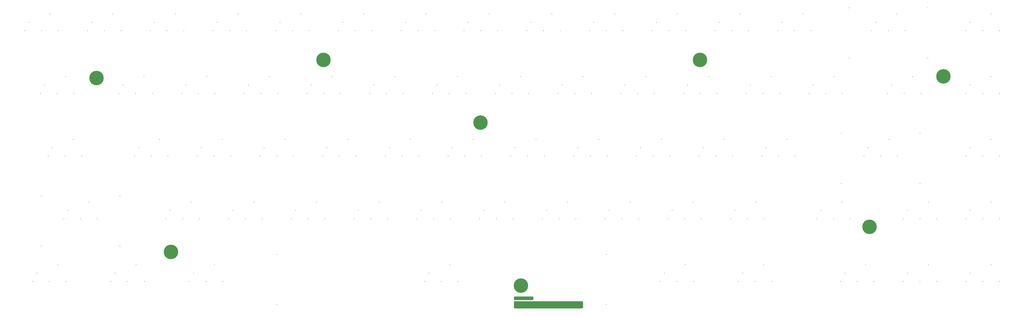
<source format=gts>
G04*
G04 #@! TF.GenerationSoftware,Altium Limited,Altium Designer,21.6.4 (81)*
G04*
G04 Layer_Color=8388736*
%FSTAX24Y24*%
%MOIN*%
G70*
G04*
G04 #@! TF.SameCoordinates,245CE46D-98AB-4B62-9B0C-93C9D4342F2A*
G04*
G04*
G04 #@! TF.FilePolarity,Negative*
G04*
G01*
G75*
%ADD11C,0.0047*%
%ADD12C,0.1732*%
%ADD13C,0.0080*%
G36*
X074617Y013286D02*
X074645Y013258D01*
X07466Y013221D01*
Y013201D01*
Y013001D01*
Y012981D01*
X074645Y012944D01*
X074617Y012916D01*
X07458Y012901D01*
X07244D01*
X072403Y012916D01*
X072375Y012944D01*
X07236Y012981D01*
Y013001D01*
Y013201D01*
Y013221D01*
X072375Y013258D01*
X072403Y013286D01*
X07244Y013301D01*
X07458D01*
X074617Y013286D01*
D02*
G37*
G36*
X08045Y01275D02*
X08048D01*
X080535Y012727D01*
X080577Y012685D01*
X0806Y01263D01*
Y0126D01*
X0806Y01205D01*
X0806Y01205D01*
X0806Y01202D01*
X080577Y011965D01*
X080535Y011923D01*
X08048Y0119D01*
X0725D01*
Y0119D01*
X07247D01*
X072415Y011923D01*
X072373Y011965D01*
X07235Y01202D01*
Y01205D01*
X07235Y0126D01*
X07235D01*
Y01263D01*
X072373Y012685D01*
X072415Y012727D01*
X07247Y01275D01*
X0725D01*
X08045Y01275D01*
Y01275D01*
D02*
G37*
D11*
X07246Y013301D02*
G03*
X07236Y013201I0J-0001D01*
G01*
Y013001D02*
G03*
X07246Y012901I0001J0D01*
G01*
X07466Y013201D02*
G03*
X07456Y013301I-0001J0D01*
G01*
Y012901D02*
G03*
X07466Y013001I0J0001D01*
G01*
X0725Y01275D02*
G03*
X07235Y0126I0J-00015D01*
G01*
Y01205D02*
G03*
X0725Y0119I00015J0D01*
G01*
X0806Y0126D02*
G03*
X08045Y01275I-00015J0D01*
G01*
Y0119D02*
G03*
X0806Y01205I0J00015D01*
G01*
X07246Y012901D02*
X07456D01*
X07246Y013301D02*
X07456D01*
X07236Y013001D02*
Y013201D01*
X07466Y013001D02*
Y013201D01*
X0725Y01275D02*
X08045Y01275D01*
X0725Y0119D02*
X08045D01*
X07235Y01205D02*
Y0126D01*
X0806Y01205D02*
Y0126D01*
D12*
X0732Y0146D02*
D03*
X0946Y0416D02*
D03*
X068346Y034094D02*
D03*
X0496Y0416D02*
D03*
X11485Y02165D02*
D03*
X123693Y03965D02*
D03*
X03135Y01865D02*
D03*
X022443Y03945D02*
D03*
D13*
X036381Y045107D02*
D03*
X040381D02*
D03*
X036881Y046107D02*
D03*
X039381Y047107D02*
D03*
X038381Y045107D02*
D03*
X126381Y022607D02*
D03*
X130381D02*
D03*
X126881Y023607D02*
D03*
X129381Y024607D02*
D03*
X128381Y022607D02*
D03*
X044008Y012357D02*
D03*
Y018357D02*
D03*
X083378Y012357D02*
D03*
Y018357D02*
D03*
X061693Y015107D02*
D03*
X065693D02*
D03*
X062193Y016107D02*
D03*
X064693Y017107D02*
D03*
X063693Y015107D02*
D03*
X118881D02*
D03*
X122881D02*
D03*
X119381Y016107D02*
D03*
X121881Y017107D02*
D03*
X120881Y015107D02*
D03*
X089818D02*
D03*
X093818D02*
D03*
X090318Y016107D02*
D03*
X092818Y017107D02*
D03*
X091818Y015107D02*
D03*
X099193D02*
D03*
X103193D02*
D03*
X099693Y016107D02*
D03*
X102193Y017107D02*
D03*
X101193Y015107D02*
D03*
X111381D02*
D03*
X115381D02*
D03*
X111881Y016107D02*
D03*
X114381Y017107D02*
D03*
X113381Y015107D02*
D03*
X126381D02*
D03*
X130381D02*
D03*
X126881Y016107D02*
D03*
X129381Y017107D02*
D03*
X128381Y015107D02*
D03*
X033568D02*
D03*
X037568D02*
D03*
X034068Y016107D02*
D03*
X036568Y017107D02*
D03*
X035568Y015107D02*
D03*
X014818D02*
D03*
X018818D02*
D03*
X015318Y016107D02*
D03*
X017818Y017107D02*
D03*
X016818Y015107D02*
D03*
X024193D02*
D03*
X028193D02*
D03*
X024693Y016107D02*
D03*
X027193Y017107D02*
D03*
X026193Y015107D02*
D03*
X015868Y025357D02*
D03*
Y019357D02*
D03*
X025268Y025357D02*
D03*
Y019357D02*
D03*
X018568Y022607D02*
D03*
X022568D02*
D03*
X019068Y023607D02*
D03*
X021568Y024607D02*
D03*
X020568Y022607D02*
D03*
X118881D02*
D03*
X122881D02*
D03*
X119381Y023607D02*
D03*
X121881Y024607D02*
D03*
X120881Y022607D02*
D03*
X108568D02*
D03*
X112568D02*
D03*
X109068Y023607D02*
D03*
X111568Y024607D02*
D03*
X110568Y022607D02*
D03*
X098256D02*
D03*
X102256D02*
D03*
X098756Y023607D02*
D03*
X101256Y024607D02*
D03*
X100256Y022607D02*
D03*
X090756D02*
D03*
X094756D02*
D03*
X091256Y023607D02*
D03*
X093756Y024607D02*
D03*
X092756Y022607D02*
D03*
X083256D02*
D03*
X087256D02*
D03*
X083756Y023607D02*
D03*
X086256Y024607D02*
D03*
X085256Y022607D02*
D03*
X075756D02*
D03*
X079756D02*
D03*
X076256Y023607D02*
D03*
X078756Y024607D02*
D03*
X077756Y022607D02*
D03*
X068256D02*
D03*
X072256D02*
D03*
X068756Y023607D02*
D03*
X071256Y024607D02*
D03*
X070256Y022607D02*
D03*
X060756D02*
D03*
X064756D02*
D03*
X061256Y023607D02*
D03*
X063756Y024607D02*
D03*
X062756Y022607D02*
D03*
X053256D02*
D03*
X057256D02*
D03*
X053756Y023607D02*
D03*
X056256Y024607D02*
D03*
X055256Y022607D02*
D03*
X045756D02*
D03*
X049756D02*
D03*
X046256Y023607D02*
D03*
X048756Y024607D02*
D03*
X047756Y022607D02*
D03*
X038256D02*
D03*
X042256D02*
D03*
X038756Y023607D02*
D03*
X041256Y024607D02*
D03*
X040256Y022607D02*
D03*
X030756D02*
D03*
X034756D02*
D03*
X031256Y023607D02*
D03*
X033756Y024607D02*
D03*
X032756Y022607D02*
D03*
X111493Y032857D02*
D03*
Y026857D02*
D03*
X120893Y032857D02*
D03*
Y026857D02*
D03*
X114193Y030107D02*
D03*
X118193D02*
D03*
X114693Y031107D02*
D03*
X117193Y032107D02*
D03*
X116193Y030107D02*
D03*
X126381D02*
D03*
X130381D02*
D03*
X126881Y031107D02*
D03*
X129381Y032107D02*
D03*
X128381Y030107D02*
D03*
X102006D02*
D03*
X106006D02*
D03*
X102506Y031107D02*
D03*
X105006Y032107D02*
D03*
X104006Y030107D02*
D03*
X094506D02*
D03*
X098506D02*
D03*
X095006Y031107D02*
D03*
X097506Y032107D02*
D03*
X096506Y030107D02*
D03*
X087006D02*
D03*
X091006D02*
D03*
X087506Y031107D02*
D03*
X090006Y032107D02*
D03*
X089006Y030107D02*
D03*
X079506D02*
D03*
X083506D02*
D03*
X080006Y031107D02*
D03*
X082506Y032107D02*
D03*
X081506Y030107D02*
D03*
X072006D02*
D03*
X076006D02*
D03*
X072506Y031107D02*
D03*
X075006Y032107D02*
D03*
X074006Y030107D02*
D03*
X064506D02*
D03*
X068506D02*
D03*
X065006Y031107D02*
D03*
X067506Y032107D02*
D03*
X066506Y030107D02*
D03*
X057006D02*
D03*
X061006D02*
D03*
X057506Y031107D02*
D03*
X060006Y032107D02*
D03*
X059006Y030107D02*
D03*
X049506D02*
D03*
X053506D02*
D03*
X050006Y031107D02*
D03*
X052506Y032107D02*
D03*
X051506Y030107D02*
D03*
X042006D02*
D03*
X046006D02*
D03*
X042506Y031107D02*
D03*
X045006Y032107D02*
D03*
X044006Y030107D02*
D03*
X034506D02*
D03*
X038506D02*
D03*
X035006Y031107D02*
D03*
X037506Y032107D02*
D03*
X036506Y030107D02*
D03*
X027006D02*
D03*
X031006D02*
D03*
X027506Y031107D02*
D03*
X030006Y032107D02*
D03*
X029006Y030107D02*
D03*
X016693D02*
D03*
X020693D02*
D03*
X017193Y031107D02*
D03*
X019693Y032107D02*
D03*
X018693Y030107D02*
D03*
X126381Y037607D02*
D03*
X130381D02*
D03*
X126881Y038607D02*
D03*
X129381Y039607D02*
D03*
X128381Y037607D02*
D03*
X117006D02*
D03*
X121006D02*
D03*
X117506Y038607D02*
D03*
X120006Y039607D02*
D03*
X119006Y037607D02*
D03*
X107631D02*
D03*
X111631D02*
D03*
X108131Y038607D02*
D03*
X110631Y039607D02*
D03*
X109631Y037607D02*
D03*
X100131D02*
D03*
X104131D02*
D03*
X100631Y038607D02*
D03*
X103131Y039607D02*
D03*
X102131Y037607D02*
D03*
X092631D02*
D03*
X096631D02*
D03*
X093131Y038607D02*
D03*
X095631Y039607D02*
D03*
X094631Y037607D02*
D03*
X085131D02*
D03*
X089131D02*
D03*
X085631Y038607D02*
D03*
X088131Y039607D02*
D03*
X087131Y037607D02*
D03*
X077631D02*
D03*
X081631D02*
D03*
X078131Y038607D02*
D03*
X080631Y039607D02*
D03*
X079631Y037607D02*
D03*
X070131D02*
D03*
X074131D02*
D03*
X070631Y038607D02*
D03*
X073131Y039607D02*
D03*
X072131Y037607D02*
D03*
X062631D02*
D03*
X066631D02*
D03*
X063131Y038607D02*
D03*
X065631Y039607D02*
D03*
X064631Y037607D02*
D03*
X055131D02*
D03*
X059131D02*
D03*
X055631Y038607D02*
D03*
X058131Y039607D02*
D03*
X057131Y037607D02*
D03*
X047631D02*
D03*
X051631D02*
D03*
X048131Y038607D02*
D03*
X050631Y039607D02*
D03*
X049631Y037607D02*
D03*
X040131D02*
D03*
X044131D02*
D03*
X040631Y038607D02*
D03*
X043131Y039607D02*
D03*
X042131Y037607D02*
D03*
X032631D02*
D03*
X036631D02*
D03*
X033131Y038607D02*
D03*
X035631Y039607D02*
D03*
X034631Y037607D02*
D03*
X025131D02*
D03*
X029131D02*
D03*
X025631Y038607D02*
D03*
X028131Y039607D02*
D03*
X027131Y037607D02*
D03*
X015756D02*
D03*
X019756D02*
D03*
X016256Y038607D02*
D03*
X018756Y039607D02*
D03*
X017756Y037607D02*
D03*
X112431Y047857D02*
D03*
Y041857D02*
D03*
X121831Y047857D02*
D03*
Y041857D02*
D03*
X115131Y045107D02*
D03*
X119131D02*
D03*
X115631Y046107D02*
D03*
X118131Y047107D02*
D03*
X117131Y045107D02*
D03*
X126381D02*
D03*
X130381D02*
D03*
X126881Y046107D02*
D03*
X129381Y047107D02*
D03*
X128381Y045107D02*
D03*
X103881D02*
D03*
X107881D02*
D03*
X104381Y046107D02*
D03*
X106881Y047107D02*
D03*
X105881Y045107D02*
D03*
X096381D02*
D03*
X100381D02*
D03*
X096881Y046107D02*
D03*
X099381Y047107D02*
D03*
X098381Y045107D02*
D03*
X088881D02*
D03*
X092881D02*
D03*
X089381Y046107D02*
D03*
X091881Y047107D02*
D03*
X090881Y045107D02*
D03*
X081381D02*
D03*
X085381D02*
D03*
X081881Y046107D02*
D03*
X084381Y047107D02*
D03*
X083381Y045107D02*
D03*
X073881D02*
D03*
X077881D02*
D03*
X074381Y046107D02*
D03*
X076881Y047107D02*
D03*
X075881Y045107D02*
D03*
X066381D02*
D03*
X070381D02*
D03*
X066881Y046107D02*
D03*
X069381Y047107D02*
D03*
X068381Y045107D02*
D03*
X058881D02*
D03*
X062881D02*
D03*
X059381Y046107D02*
D03*
X061881Y047107D02*
D03*
X060881Y045107D02*
D03*
X051381D02*
D03*
X055381D02*
D03*
X051881Y046107D02*
D03*
X054381Y047107D02*
D03*
X053381Y045107D02*
D03*
X043881D02*
D03*
X047881D02*
D03*
X044381Y046107D02*
D03*
X046881Y047107D02*
D03*
X045881Y045107D02*
D03*
X028881D02*
D03*
X032881D02*
D03*
X029381Y046107D02*
D03*
X031881Y047107D02*
D03*
X030881Y045107D02*
D03*
X021381D02*
D03*
X025381D02*
D03*
X021881Y046107D02*
D03*
X024381Y047107D02*
D03*
X023381Y045107D02*
D03*
X013881D02*
D03*
X017881D02*
D03*
X014381Y046107D02*
D03*
X016881Y047107D02*
D03*
X015881Y045107D02*
D03*
M02*

</source>
